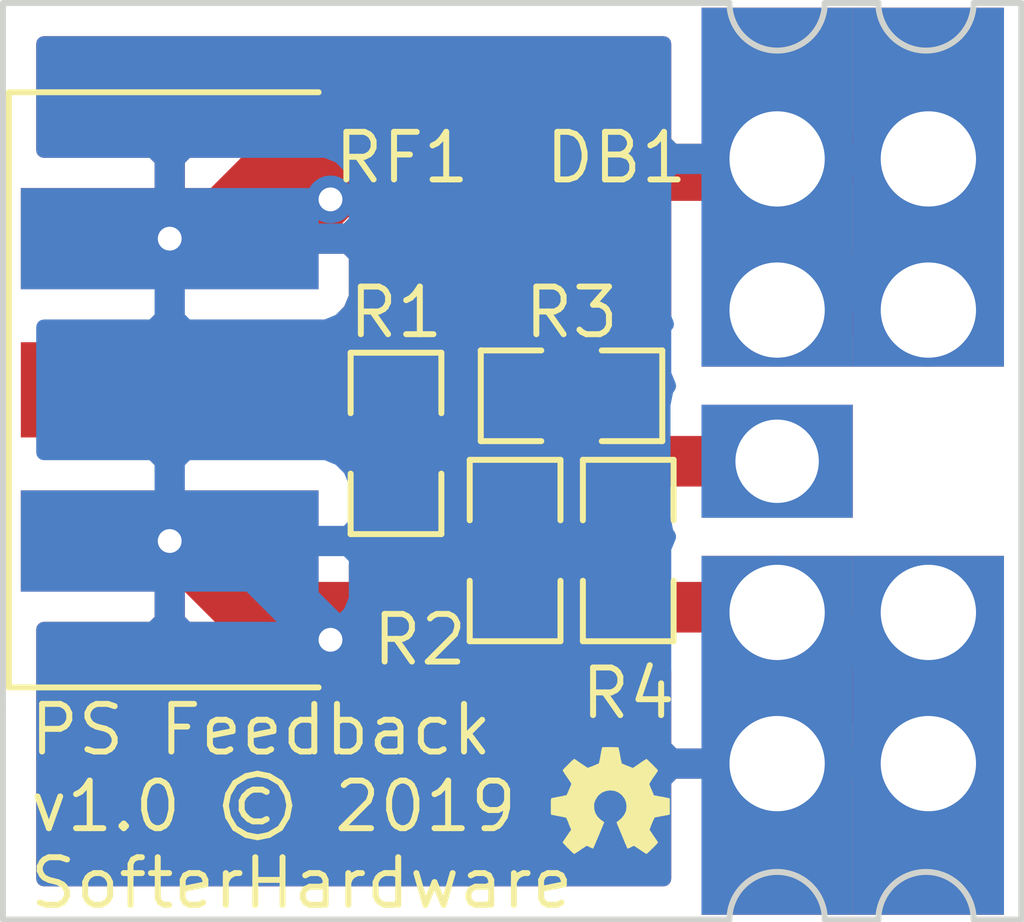
<source format=kicad_pcb>
(kicad_pcb (version 20171130) (host pcbnew 5.0.2-bee76a0~70~ubuntu16.04.1)

  (general
    (thickness 1.6)
    (drawings 14)
    (tracks 31)
    (zones 0)
    (modules 7)
    (nets 5)
  )

  (page USLetter)
  (title_block
    (title "Hermes-Lite PureSignal Feedback")
    (date 2019-11-29)
    (rev 1.0)
    (company SofterHardware)
    (comment 1 "Steve Haynal KF7O")
  )

  (layers
    (0 F.Cu signal)
    (31 B.Cu signal)
    (32 B.Adhes user)
    (33 F.Adhes user)
    (34 B.Paste user)
    (35 F.Paste user)
    (36 B.SilkS user)
    (37 F.SilkS user)
    (38 B.Mask user)
    (39 F.Mask user)
    (40 Dwgs.User user hide)
    (41 Cmts.User user)
    (42 Eco1.User user)
    (43 Eco2.User user)
    (44 Edge.Cuts user)
    (45 Margin user)
    (46 B.CrtYd user)
    (47 F.CrtYd user hide)
    (48 B.Fab user)
    (49 F.Fab user hide)
  )

  (setup
    (last_trace_width 0.25)
    (user_trace_width 0.4)
    (user_trace_width 0.7)
    (user_trace_width 0.85)
    (user_trace_width 1.2)
    (trace_clearance 0.2)
    (zone_clearance 0.508)
    (zone_45_only no)
    (trace_min 0.2)
    (segment_width 0.2)
    (edge_width 0.1)
    (via_size 0.8)
    (via_drill 0.4)
    (via_min_size 0.4)
    (via_min_drill 0.3)
    (user_via 1.6 0.8)
    (uvia_size 0.3)
    (uvia_drill 0.1)
    (uvias_allowed no)
    (uvia_min_size 0.2)
    (uvia_min_drill 0.1)
    (pcb_text_width 0.3)
    (pcb_text_size 1.5 1.5)
    (mod_edge_width 0.15)
    (mod_text_size 1 1)
    (mod_text_width 0.15)
    (pad_size 1.5 1.5)
    (pad_drill 0.6)
    (pad_to_mask_clearance 0)
    (solder_mask_min_width 0.25)
    (aux_axis_origin 150.1 66.9)
    (visible_elements FFFFFF7F)
    (pcbplotparams
      (layerselection 0x010fc_ffffffff)
      (usegerberextensions false)
      (usegerberattributes false)
      (usegerberadvancedattributes false)
      (creategerberjobfile false)
      (excludeedgelayer true)
      (linewidth 0.100000)
      (plotframeref false)
      (viasonmask false)
      (mode 1)
      (useauxorigin true)
      (hpglpennumber 1)
      (hpglpenspeed 20)
      (hpglpendiameter 15.000000)
      (psnegative false)
      (psa4output false)
      (plotreference true)
      (plotvalue true)
      (plotinvisibletext false)
      (padsonsilk false)
      (subtractmaskfromsilk false)
      (outputformat 1)
      (mirror false)
      (drillshape 0)
      (scaleselection 1)
      (outputdirectory "gerber"))
  )

  (net 0 "")
  (net 1 GNDS)
  (net 2 "Net-(DB1-Pad1)")
  (net 3 "Net-(R1-Pad2)")
  (net 4 "Net-(R1-Pad1)")

  (net_class Default "This is the default net class."
    (clearance 0.2)
    (trace_width 0.25)
    (via_dia 0.8)
    (via_drill 0.4)
    (uvia_dia 0.3)
    (uvia_drill 0.1)
    (add_net GNDS)
    (add_net "Net-(DB1-Pad1)")
    (add_net "Net-(R1-Pad1)")
    (add_net "Net-(R1-Pad2)")
  )

  (module HERMESLITE:psfeedback (layer F.Cu) (tedit 5DE1B813) (tstamp 5DF94478)
    (at 163.1 74.6 270)
    (path /5DE4F7F3)
    (fp_text reference DB1 (at -5.1 2.7) (layer F.SilkS)
      (effects (font (size 0.8 0.8) (thickness 0.1)))
    )
    (fp_text value RFD2b (at 0 2.286 270) (layer F.Fab)
      (effects (font (size 1 1) (thickness 0.15)))
    )
    (pad 2 smd rect (at -2.54 -2.54 270) (size 1.9 2.54) (layers B.Cu B.Paste B.Mask)
      (net 1 GNDS))
    (pad 2 smd rect (at -2.54 0 270) (size 1.9 2.54) (layers B.Cu B.Paste B.Mask)
      (net 1 GNDS))
    (pad 2 smd rect (at 2.54 0 270) (size 1.9 2.54) (layers B.Cu B.Paste B.Mask)
      (net 1 GNDS))
    (pad 2 smd rect (at 2.54 -2.54 270) (size 1.9 2.54) (layers B.Cu B.Paste B.Mask)
      (net 1 GNDS))
    (pad 2 smd rect (at -2.54 -2.54 270) (size 1.9 2.54) (layers F.Cu F.Paste F.Mask)
      (net 1 GNDS))
    (pad 2 smd rect (at -2.54 0 270) (size 1.9 2.54) (layers F.Cu F.Paste F.Mask)
      (net 1 GNDS))
    (pad 2 smd rect (at 2.54 0 270) (size 1.9 2.54) (layers F.Cu F.Paste F.Mask)
      (net 1 GNDS))
    (pad 2 smd rect (at 2.54 -2.54 270) (size 1.9 2.54) (layers F.Cu F.Paste F.Mask)
      (net 1 GNDS))
    (pad 2 thru_hole circle (at -2.54 -2.54 270) (size 1.9 1.9) (drill 1.6) (layers *.Cu *.Mask)
      (net 1 GNDS))
    (pad "" np_thru_hole circle (at 0 -2.54 270) (size 1.6 1.6) (drill 1.6) (layers *.Cu *.Mask))
    (pad 2 thru_hole circle (at 2.54 0 270) (size 1.9 1.9) (drill 1.6) (layers *.Cu *.Mask)
      (net 1 GNDS))
    (pad 2 thru_hole circle (at 2.54 -2.54 270) (size 1.9 1.9) (drill 1.6) (layers *.Cu *.Mask)
      (net 1 GNDS))
    (pad 2 thru_hole rect (at 5.08 -2.54 270) (size 5.08 2.54) (drill 1.6) (layers *.Cu *.Mask)
      (net 1 GNDS))
    (pad 2 thru_hole rect (at 5.08 0 270) (size 5.08 2.54) (drill 1.6) (layers *.Cu *.Mask)
      (net 1 GNDS))
    (pad 2 thru_hole rect (at -5.08 -2.54 270) (size 5.08 2.54) (drill 1.6) (layers *.Cu *.Mask)
      (net 1 GNDS))
    (pad 2 thru_hole rect (at -5.08 0 270) (size 5.08 2.54) (drill 1.6) (layers *.Cu *.Mask)
      (net 1 GNDS))
    (pad 2 thru_hole circle (at -2.54 0 270) (size 1.9 1.9) (drill 1.6) (layers *.Cu *.Mask)
      (net 1 GNDS))
    (pad 1 thru_hole rect (at 0 0 270) (size 1.9 2.54) (drill 1.4) (layers *.Cu *.Mask)
      (net 2 "Net-(DB1-Pad1)"))
  )

  (module HERMESLITE:SMD-0805 (layer F.Cu) (tedit 5796CB05) (tstamp 5DF94484)
    (at 156.7 74.3 90)
    (path /5DE1BE3D)
    (attr smd)
    (fp_text reference R1 (at 2.2 0 180) (layer F.SilkS)
      (effects (font (size 0.8 0.8) (thickness 0.1)))
    )
    (fp_text value 0 (at 0 0.381 90) (layer F.SilkS) hide
      (effects (font (size 0.8 0.8) (thickness 0.1)))
    )
    (fp_line (start 1.524 0.762) (end 0.508 0.762) (layer F.SilkS) (width 0.1))
    (fp_line (start 1.524 -0.762) (end 1.524 0.762) (layer F.SilkS) (width 0.1))
    (fp_line (start 0.508 -0.762) (end 1.524 -0.762) (layer F.SilkS) (width 0.1))
    (fp_line (start -1.524 -0.762) (end -0.508 -0.762) (layer F.SilkS) (width 0.1))
    (fp_line (start -1.524 0.762) (end -1.524 -0.762) (layer F.SilkS) (width 0.1))
    (fp_line (start -0.508 0.762) (end -1.524 0.762) (layer F.SilkS) (width 0.1))
    (pad 2 smd rect (at 0.9525 0 90) (size 0.889 1.397) (layers F.Cu F.Paste F.Mask)
      (net 3 "Net-(R1-Pad2)"))
    (pad 1 smd rect (at -0.9525 0 90) (size 0.889 1.397) (layers F.Cu F.Paste F.Mask)
      (net 4 "Net-(R1-Pad1)"))
    (model smd/chip_cms.wrl
      (at (xyz 0 0 0))
      (scale (xyz 0.1 0.1 0.1))
      (rotate (xyz 0 0 0))
    )
  )

  (module HERMESLITE:SMD-0805 (layer F.Cu) (tedit 5796CB05) (tstamp 5DF94490)
    (at 158.7 76.1 270)
    (path /5DE1BE08)
    (attr smd)
    (fp_text reference R2 (at 1.5 1.6) (layer F.SilkS)
      (effects (font (size 0.8 0.8) (thickness 0.1)))
    )
    (fp_text value 50 (at 0 0.381 270) (layer F.SilkS) hide
      (effects (font (size 0.8 0.8) (thickness 0.1)))
    )
    (fp_line (start -0.508 0.762) (end -1.524 0.762) (layer F.SilkS) (width 0.1))
    (fp_line (start -1.524 0.762) (end -1.524 -0.762) (layer F.SilkS) (width 0.1))
    (fp_line (start -1.524 -0.762) (end -0.508 -0.762) (layer F.SilkS) (width 0.1))
    (fp_line (start 0.508 -0.762) (end 1.524 -0.762) (layer F.SilkS) (width 0.1))
    (fp_line (start 1.524 -0.762) (end 1.524 0.762) (layer F.SilkS) (width 0.1))
    (fp_line (start 1.524 0.762) (end 0.508 0.762) (layer F.SilkS) (width 0.1))
    (pad 1 smd rect (at -0.9525 0 270) (size 0.889 1.397) (layers F.Cu F.Paste F.Mask)
      (net 4 "Net-(R1-Pad1)"))
    (pad 2 smd rect (at 0.9525 0 270) (size 0.889 1.397) (layers F.Cu F.Paste F.Mask)
      (net 1 GNDS))
    (model smd/chip_cms.wrl
      (at (xyz 0 0 0))
      (scale (xyz 0.1 0.1 0.1))
      (rotate (xyz 0 0 0))
    )
  )

  (module HERMESLITE:SMD-0805 (layer F.Cu) (tedit 5796CB05) (tstamp 5DF94838)
    (at 159.6475 73.5 180)
    (path /5DE1B9F5)
    (attr smd)
    (fp_text reference R3 (at 0 1.4 180) (layer F.SilkS)
      (effects (font (size 0.8 0.8) (thickness 0.1)))
    )
    (fp_text value 470 (at 0 0.381 180) (layer F.SilkS) hide
      (effects (font (size 0.8 0.8) (thickness 0.1)))
    )
    (fp_line (start -0.508 0.762) (end -1.524 0.762) (layer F.SilkS) (width 0.1))
    (fp_line (start -1.524 0.762) (end -1.524 -0.762) (layer F.SilkS) (width 0.1))
    (fp_line (start -1.524 -0.762) (end -0.508 -0.762) (layer F.SilkS) (width 0.1))
    (fp_line (start 0.508 -0.762) (end 1.524 -0.762) (layer F.SilkS) (width 0.1))
    (fp_line (start 1.524 -0.762) (end 1.524 0.762) (layer F.SilkS) (width 0.1))
    (fp_line (start 1.524 0.762) (end 0.508 0.762) (layer F.SilkS) (width 0.1))
    (pad 1 smd rect (at -0.9525 0 180) (size 0.889 1.397) (layers F.Cu F.Paste F.Mask)
      (net 2 "Net-(DB1-Pad1)"))
    (pad 2 smd rect (at 0.9525 0 180) (size 0.889 1.397) (layers F.Cu F.Paste F.Mask)
      (net 4 "Net-(R1-Pad1)"))
    (model smd/chip_cms.wrl
      (at (xyz 0 0 0))
      (scale (xyz 0.1 0.1 0.1))
      (rotate (xyz 0 0 0))
    )
  )

  (module HERMESLITE:SMD-0805 (layer F.Cu) (tedit 5796CB05) (tstamp 5DF944A8)
    (at 160.6 76.1 270)
    (path /5DE1BCF8)
    (attr smd)
    (fp_text reference R4 (at 2.4 0) (layer F.SilkS)
      (effects (font (size 0.8 0.8) (thickness 0.1)))
    )
    (fp_text value 1K (at 0 0.381 270) (layer F.SilkS) hide
      (effects (font (size 0.8 0.8) (thickness 0.1)))
    )
    (fp_line (start 1.524 0.762) (end 0.508 0.762) (layer F.SilkS) (width 0.1))
    (fp_line (start 1.524 -0.762) (end 1.524 0.762) (layer F.SilkS) (width 0.1))
    (fp_line (start 0.508 -0.762) (end 1.524 -0.762) (layer F.SilkS) (width 0.1))
    (fp_line (start -1.524 -0.762) (end -0.508 -0.762) (layer F.SilkS) (width 0.1))
    (fp_line (start -1.524 0.762) (end -1.524 -0.762) (layer F.SilkS) (width 0.1))
    (fp_line (start -0.508 0.762) (end -1.524 0.762) (layer F.SilkS) (width 0.1))
    (pad 2 smd rect (at 0.9525 0 270) (size 0.889 1.397) (layers F.Cu F.Paste F.Mask)
      (net 1 GNDS))
    (pad 1 smd rect (at -0.9525 0 270) (size 0.889 1.397) (layers F.Cu F.Paste F.Mask)
      (net 2 "Net-(DB1-Pad1)"))
    (model smd/chip_cms.wrl
      (at (xyz 0 0 0))
      (scale (xyz 0.1 0.1 0.1))
      (rotate (xyz 0 0 0))
    )
  )

  (module HERMESLITE:SMAEDGE (layer F.Cu) (tedit 572E4FC3) (tstamp 5DF944B4)
    (at 155.6 73.4 90)
    (path /5DE4F533)
    (fp_text reference RF1 (at 3.9 1.2 180) (layer F.SilkS)
      (effects (font (size 0.8 0.8) (thickness 0.1)))
    )
    (fp_text value BNC (at 2.9 -6.1 90) (layer F.Fab) hide
      (effects (font (size 0.8 0.8) (thickness 0.1)))
    )
    (fp_line (start -5 -0.2) (end -5 -5.4) (layer F.SilkS) (width 0.1))
    (fp_line (start -5 -5.4) (end 5 -5.4) (layer F.SilkS) (width 0.1))
    (fp_line (start 5 -5.4) (end 5 -0.2) (layer F.SilkS) (width 0.1))
    (pad 1 smd rect (at 0 -2.7 90) (size 1.6 5) (layers F.Cu F.Paste F.Mask)
      (net 3 "Net-(R1-Pad2)"))
    (pad 2 smd rect (at -2.54 -2.7 90) (size 1.7 5) (layers F.Cu F.Paste F.Mask)
      (net 1 GNDS))
    (pad 2 smd rect (at 2.54 -2.7 90) (size 1.7 5) (layers F.Cu F.Paste F.Mask)
      (net 1 GNDS))
    (pad 2 smd rect (at 2.54 -2.7 90) (size 1.7 5) (layers *.Paste B.Cu B.Mask)
      (net 1 GNDS))
    (pad 2 smd rect (at -2.54 -2.7 90) (size 1.7 5) (layers B.Cu B.Paste B.Mask)
      (net 1 GNDS))
  )

  (module HERMESLITE:OSHW-logo_silkscreen-back_2mm (layer F.Cu) (tedit 0) (tstamp 5DF95D28)
    (at 160.3 80.3)
    (fp_text reference G*** (at 0 1.05918) (layer F.SilkS) hide
      (effects (font (size 0.0889 0.0889) (thickness 0.01778)))
    )
    (fp_text value OSHW-logo_silkscreen-back_2mm (at 0 -1.05918) (layer F.SilkS) hide
      (effects (font (size 0.0889 0.0889) (thickness 0.01778)))
    )
    (fp_poly (pts (xy 0.60452 0.89662) (xy 0.59436 0.89154) (xy 0.5715 0.8763) (xy 0.53848 0.85598)
      (xy 0.49784 0.82804) (xy 0.45974 0.80264) (xy 0.42672 0.77978) (xy 0.40386 0.76454)
      (xy 0.3937 0.75946) (xy 0.38862 0.762) (xy 0.37084 0.77216) (xy 0.3429 0.78486)
      (xy 0.32766 0.79248) (xy 0.30226 0.80518) (xy 0.28956 0.80772) (xy 0.28702 0.80264)
      (xy 0.27686 0.78486) (xy 0.26416 0.75184) (xy 0.24384 0.70866) (xy 0.22352 0.65786)
      (xy 0.20066 0.60198) (xy 0.1778 0.5461) (xy 0.15494 0.49276) (xy 0.13462 0.4445)
      (xy 0.11938 0.4064) (xy 0.10922 0.37846) (xy 0.10414 0.3683) (xy 0.10668 0.36576)
      (xy 0.11938 0.35306) (xy 0.1397 0.33782) (xy 0.18796 0.29718) (xy 0.23368 0.23876)
      (xy 0.26416 0.17272) (xy 0.27178 0.09906) (xy 0.26416 0.03302) (xy 0.23876 -0.03048)
      (xy 0.19304 -0.09144) (xy 0.13716 -0.13462) (xy 0.07112 -0.16256) (xy 0 -0.17018)
      (xy -0.06858 -0.16256) (xy -0.13462 -0.13716) (xy -0.19558 -0.09144) (xy -0.21844 -0.0635)
      (xy -0.254 -0.00254) (xy -0.27432 0.05842) (xy -0.27432 0.07366) (xy -0.27178 0.14478)
      (xy -0.25146 0.21336) (xy -0.2159 0.27178) (xy -0.16256 0.32258) (xy -0.15748 0.32766)
      (xy -0.13208 0.34544) (xy -0.11684 0.3556) (xy -0.10414 0.36576) (xy -0.19304 0.58166)
      (xy -0.20828 0.61722) (xy -0.23368 0.67564) (xy -0.254 0.72644) (xy -0.27178 0.76708)
      (xy -0.28448 0.79248) (xy -0.28956 0.80518) (xy -0.29718 0.80518) (xy -0.31242 0.8001)
      (xy -0.3429 0.78486) (xy -0.36322 0.7747) (xy -0.38608 0.76454) (xy -0.39624 0.75946)
      (xy -0.4064 0.76454) (xy -0.42672 0.77978) (xy -0.45974 0.8001) (xy -0.49784 0.8255)
      (xy -0.5334 0.8509) (xy -0.56896 0.87376) (xy -0.59182 0.889) (xy -0.60452 0.89662)
      (xy -0.60706 0.89662) (xy -0.61722 0.889) (xy -0.63754 0.87376) (xy -0.66548 0.84582)
      (xy -0.70612 0.80518) (xy -0.71374 0.8001) (xy -0.74676 0.76454) (xy -0.7747 0.73406)
      (xy -0.79502 0.71374) (xy -0.8001 0.70612) (xy -0.79502 0.69342) (xy -0.77978 0.66802)
      (xy -0.75692 0.635) (xy -0.72898 0.59436) (xy -0.65786 0.49022) (xy -0.6985 0.3937)
      (xy -0.70866 0.36322) (xy -0.7239 0.32766) (xy -0.7366 0.30226) (xy -0.74168 0.28956)
      (xy -0.75184 0.28702) (xy -0.77978 0.2794) (xy -0.81788 0.27178) (xy -0.8636 0.26416)
      (xy -0.90932 0.254) (xy -0.94742 0.24638) (xy -0.9779 0.2413) (xy -0.9906 0.23876)
      (xy -0.99314 0.23622) (xy -0.99568 0.23114) (xy -0.99822 0.21844) (xy -0.99822 0.19304)
      (xy -0.99822 0.15494) (xy -0.99822 0.09906) (xy -0.99822 0.09398) (xy -0.99822 0.04064)
      (xy -0.99822 0) (xy -0.99568 -0.0254) (xy -0.99314 -0.03556) (xy -0.98044 -0.04064)
      (xy -0.9525 -0.04572) (xy -0.9144 -0.05334) (xy -0.86614 -0.0635) (xy -0.8636 -0.0635)
      (xy -0.81534 -0.07112) (xy -0.77724 -0.08128) (xy -0.7493 -0.08636) (xy -0.7366 -0.09144)
      (xy -0.73406 -0.09398) (xy -0.7239 -0.11176) (xy -0.7112 -0.14224) (xy -0.69596 -0.1778)
      (xy -0.68072 -0.21336) (xy -0.66548 -0.24892) (xy -0.65786 -0.27178) (xy -0.65532 -0.28448)
      (xy -0.66294 -0.29464) (xy -0.67818 -0.32004) (xy -0.70104 -0.35306) (xy -0.72898 -0.3937)
      (xy -0.73152 -0.39878) (xy -0.75946 -0.43688) (xy -0.77978 -0.47244) (xy -0.79502 -0.4953)
      (xy -0.8001 -0.50546) (xy -0.8001 -0.508) (xy -0.79248 -0.51816) (xy -0.77216 -0.54102)
      (xy -0.74168 -0.5715) (xy -0.70612 -0.60706) (xy -0.69596 -0.61722) (xy -0.65786 -0.65532)
      (xy -0.62992 -0.68072) (xy -0.61214 -0.69342) (xy -0.60452 -0.6985) (xy -0.60452 -0.69596)
      (xy -0.59182 -0.69088) (xy -0.56642 -0.6731) (xy -0.5334 -0.65024) (xy -0.49276 -0.6223)
      (xy -0.49022 -0.61976) (xy -0.44958 -0.59436) (xy -0.41656 -0.5715) (xy -0.3937 -0.55626)
      (xy -0.38354 -0.54864) (xy -0.381 -0.54864) (xy -0.36576 -0.55372) (xy -0.33528 -0.56388)
      (xy -0.30226 -0.57658) (xy -0.26416 -0.59182) (xy -0.23114 -0.60706) (xy -0.20574 -0.61722)
      (xy -0.19304 -0.62484) (xy -0.18796 -0.64008) (xy -0.18288 -0.67056) (xy -0.17272 -0.7112)
      (xy -0.1651 -0.75946) (xy -0.16256 -0.76708) (xy -0.15494 -0.81534) (xy -0.14732 -0.85344)
      (xy -0.1397 -0.88138) (xy -0.13716 -0.89408) (xy -0.13208 -0.89408) (xy -0.10668 -0.89662)
      (xy -0.07112 -0.89662) (xy -0.02794 -0.89662) (xy 0.01524 -0.89662) (xy 0.05842 -0.89662)
      (xy 0.09652 -0.89408) (xy 0.12192 -0.89408) (xy 0.13462 -0.89154) (xy 0.13462 -0.889)
      (xy 0.1397 -0.8763) (xy 0.14478 -0.84582) (xy 0.15494 -0.80518) (xy 0.16256 -0.75438)
      (xy 0.1651 -0.74676) (xy 0.17272 -0.6985) (xy 0.18288 -0.6604) (xy 0.18796 -0.63246)
      (xy 0.1905 -0.6223) (xy 0.19558 -0.61976) (xy 0.21336 -0.61214) (xy 0.24638 -0.59944)
      (xy 0.28702 -0.58166) (xy 0.37846 -0.5461) (xy 0.49022 -0.6223) (xy 0.50038 -0.62992)
      (xy 0.54102 -0.65786) (xy 0.57404 -0.67818) (xy 0.5969 -0.69342) (xy 0.60706 -0.6985)
      (xy 0.61722 -0.68834) (xy 0.64008 -0.66802) (xy 0.67056 -0.63754) (xy 0.70612 -0.60452)
      (xy 0.73152 -0.57658) (xy 0.762 -0.5461) (xy 0.78232 -0.52578) (xy 0.79248 -0.51054)
      (xy 0.79756 -0.50292) (xy 0.79502 -0.49784) (xy 0.78994 -0.48514) (xy 0.77216 -0.46228)
      (xy 0.7493 -0.42672) (xy 0.72136 -0.38862) (xy 0.6985 -0.35306) (xy 0.67564 -0.3175)
      (xy 0.6604 -0.28956) (xy 0.65278 -0.27686) (xy 0.65532 -0.27178) (xy 0.66294 -0.24892)
      (xy 0.67564 -0.2159) (xy 0.69342 -0.17526) (xy 0.73152 -0.08636) (xy 0.78994 -0.0762)
      (xy 0.8255 -0.06858) (xy 0.8763 -0.06096) (xy 0.92202 -0.0508) (xy 0.99568 -0.03556)
      (xy 0.99822 0.23114) (xy 0.98806 0.23622) (xy 0.97536 0.2413) (xy 0.94996 0.24638)
      (xy 0.90932 0.254) (xy 0.8636 0.26162) (xy 0.8255 0.26924) (xy 0.78486 0.27686)
      (xy 0.75692 0.28194) (xy 0.74422 0.28448) (xy 0.74168 0.28956) (xy 0.73152 0.30988)
      (xy 0.71628 0.34036) (xy 0.70104 0.37592) (xy 0.6858 0.41402) (xy 0.6731 0.44958)
      (xy 0.66294 0.47498) (xy 0.65786 0.49022) (xy 0.66294 0.50038) (xy 0.67818 0.52324)
      (xy 0.70104 0.55626) (xy 0.72644 0.59436) (xy 0.75438 0.635) (xy 0.77724 0.66802)
      (xy 0.79248 0.69342) (xy 0.8001 0.70358) (xy 0.79502 0.7112) (xy 0.77978 0.72898)
      (xy 0.75184 0.75946) (xy 0.70612 0.80518) (xy 0.6985 0.81026) (xy 0.66548 0.84582)
      (xy 0.635 0.87122) (xy 0.61468 0.89154) (xy 0.60452 0.89662)) (layer F.SilkS) (width 0.00254))
  )

  (gr_text "PS Feedback \nv1.0 © 2019 \nSofterHardware" (at 150.5 80.4) (layer F.SilkS)
    (effects (font (size 0.8 0.8) (thickness 0.1)) (justify left))
  )
  (gr_line (start 162.3 82.3) (end 150.1 82.3) (layer Edge.Cuts) (width 0.1))
  (gr_line (start 163.9 82.3) (end 164.8 82.3) (layer Edge.Cuts) (width 0.1))
  (gr_line (start 166.4 82.3) (end 167.2 82.3) (layer Edge.Cuts) (width 0.1))
  (gr_arc (start 165.6 82.3) (end 166.4 82.3) (angle -180) (layer Edge.Cuts) (width 0.1))
  (gr_arc (start 163.1 82.3) (end 163.9 82.3) (angle -180) (layer Edge.Cuts) (width 0.1))
  (gr_line (start 162.3 66.9) (end 150.1 66.9) (layer Edge.Cuts) (width 0.1))
  (gr_line (start 163.9 66.9) (end 164.8 66.9) (layer Edge.Cuts) (width 0.1))
  (gr_line (start 166.4 66.9) (end 167.2 66.9) (layer Edge.Cuts) (width 0.1))
  (gr_arc (start 165.6 66.9) (end 164.8 66.9) (angle -180) (layer Edge.Cuts) (width 0.1))
  (gr_arc (start 163.1 66.9) (end 162.3 66.9) (angle -180) (layer Edge.Cuts) (width 0.1))
  (gr_line (start 150.1 82.3) (end 150.1 78.8) (layer Edge.Cuts) (width 0.1))
  (gr_line (start 167.2 66.9) (end 167.2 82.3) (layer Edge.Cuts) (width 0.1))
  (gr_line (start 150.1 66.9) (end 150.1 78.8) (layer Edge.Cuts) (width 0.1))

  (segment (start 163.0125 77.0525) (end 163.1 77.14) (width 0.85) (layer F.Cu) (net 1))
  (segment (start 158.7 77.0525) (end 163.0125 77.0525) (width 0.85) (layer F.Cu) (net 1))
  (segment (start 163.1 72.06) (end 165.64 72.06) (width 0.85) (layer F.Cu) (net 1))
  (segment (start 163.1 69.52) (end 165.64 69.52) (width 0.85) (layer F.Cu) (net 1))
  (segment (start 163.1 77.14) (end 165.64 79.68) (width 0.85) (layer F.Cu) (net 1))
  (segment (start 165.64 77.14) (end 163.1 79.68) (width 0.85) (layer F.Cu) (net 1))
  (segment (start 154.0125 77.0525) (end 152.9 75.94) (width 0.85) (layer F.Cu) (net 1))
  (segment (start 158.7 77.0525) (end 154.0125 77.0525) (width 0.85) (layer F.Cu) (net 1))
  (segment (start 152.9 70.86) (end 153.54 70.86) (width 0.85) (layer F.Cu) (net 1))
  (segment (start 162.82 69.8) (end 163.1 69.52) (width 0.85) (layer F.Cu) (net 1))
  (segment (start 154.4 69.8) (end 162.82 69.8) (width 0.85) (layer F.Cu) (net 1))
  (segment (start 153.34 70.86) (end 154.4 69.8) (width 0.85) (layer F.Cu) (net 1))
  (segment (start 152.9 70.86) (end 153.34 70.86) (width 0.85) (layer F.Cu) (net 1))
  (via (at 152.9 75.94) (size 0.8) (drill 0.4) (layers F.Cu B.Cu) (net 1))
  (via (at 152.9 70.86) (size 0.8) (drill 0.4) (layers F.Cu B.Cu) (net 1))
  (via (at 155.6 70.2) (size 0.8) (drill 0.4) (layers F.Cu B.Cu) (net 1))
  (segment (start 154.94 70.86) (end 155.6 70.2) (width 0.85) (layer F.Cu) (net 1))
  (segment (start 152.9 70.86) (end 154.94 70.86) (width 0.85) (layer F.Cu) (net 1))
  (segment (start 152.9 75.94) (end 154.84 75.94) (width 0.85) (layer B.Cu) (net 1))
  (via (at 155.6 77.6) (size 0.8) (drill 0.4) (layers F.Cu B.Cu) (net 1))
  (segment (start 153.94 75.94) (end 152.9 75.94) (width 0.85) (layer B.Cu) (net 1))
  (segment (start 155.6 77.6) (end 153.94 75.94) (width 0.85) (layer B.Cu) (net 1))
  (segment (start 160.6 75.1475) (end 160.6 73.5) (width 0.85) (layer F.Cu) (net 2))
  (segment (start 163.1 74.6) (end 160.98 74.6) (width 0.85) (layer F.Cu) (net 2))
  (segment (start 160.98 74.6) (end 160.6 74.6) (width 0.85) (layer F.Cu) (net 2))
  (segment (start 152.9525 73.3475) (end 152.9 73.4) (width 0.85) (layer F.Cu) (net 3))
  (segment (start 156.7 73.3475) (end 152.9525 73.3475) (width 0.85) (layer F.Cu) (net 3))
  (segment (start 158.7 73.505) (end 158.695 73.5) (width 0.85) (layer F.Cu) (net 4))
  (segment (start 158.7 75.1475) (end 158.7 73.505) (width 0.85) (layer F.Cu) (net 4))
  (segment (start 158.595 75.2525) (end 158.7 75.1475) (width 0.85) (layer F.Cu) (net 4))
  (segment (start 156.7 75.2525) (end 158.595 75.2525) (width 0.85) (layer F.Cu) (net 4))

  (zone (net 1) (net_name GNDS) (layer F.Cu) (tstamp 5DE47204) (hatch edge 0.508)
    (connect_pads (clearance 0.508))
    (min_thickness 0.254)
    (fill yes (arc_segments 16) (thermal_gap 0.508) (thermal_bridge_width 0.508))
    (polygon
      (pts
        (xy 150.1 66.9) (xy 167.2 66.9) (xy 167.2 82.3) (xy 150.1 82.3)
      )
    )
    (filled_polygon
      (pts
        (xy 153.027 75.813) (xy 153.047 75.813) (xy 153.047 76.067) (xy 153.027 76.067) (xy 153.027 77.26625)
        (xy 153.18575 77.425) (xy 155.52631 77.425) (xy 155.735742 77.33825) (xy 157.3665 77.33825) (xy 157.3665 77.623309)
        (xy 157.463173 77.856698) (xy 157.641801 78.035327) (xy 157.87519 78.132) (xy 158.41425 78.132) (xy 158.573 77.97325)
        (xy 158.573 77.1795) (xy 158.827 77.1795) (xy 158.827 77.97325) (xy 158.98575 78.132) (xy 159.52481 78.132)
        (xy 159.65 78.080145) (xy 159.77519 78.132) (xy 160.31425 78.132) (xy 160.473 77.97325) (xy 160.473 77.1795)
        (xy 158.827 77.1795) (xy 158.573 77.1795) (xy 157.52525 77.1795) (xy 157.3665 77.33825) (xy 155.735742 77.33825)
        (xy 155.759699 77.328327) (xy 155.938327 77.149698) (xy 156.035 76.916309) (xy 156.035 76.34444) (xy 157.3985 76.34444)
        (xy 157.425583 76.339053) (xy 157.3665 76.481691) (xy 157.3665 76.76675) (xy 157.52525 76.9255) (xy 158.573 76.9255)
        (xy 158.573 76.9055) (xy 158.827 76.9055) (xy 158.827 76.9255) (xy 160.473 76.9255) (xy 160.473 76.9055)
        (xy 160.727 76.9055) (xy 160.727 76.9255) (xy 160.747 76.9255) (xy 160.747 77.1795) (xy 160.727 77.1795)
        (xy 160.727 77.97325) (xy 160.88575 78.132) (xy 161.195 78.132) (xy 161.195 79.39425) (xy 161.35375 79.553)
        (xy 162.973 79.553) (xy 162.973 79.533) (xy 163.227 79.533) (xy 163.227 79.553) (xy 165.513 79.553)
        (xy 165.513 79.533) (xy 165.767 79.533) (xy 165.767 79.553) (xy 165.787 79.553) (xy 165.787 79.807)
        (xy 165.767 79.807) (xy 165.767 79.827) (xy 165.513 79.827) (xy 165.513 79.807) (xy 163.227 79.807)
        (xy 163.227 79.827) (xy 162.973 79.827) (xy 162.973 79.807) (xy 161.35375 79.807) (xy 161.195 79.96575)
        (xy 161.195 81.615) (xy 150.785 81.615) (xy 150.785 77.425) (xy 152.61425 77.425) (xy 152.773 77.26625)
        (xy 152.773 76.067) (xy 152.753 76.067) (xy 152.753 75.813) (xy 152.773 75.813) (xy 152.773 75.793)
        (xy 153.027 75.793)
      )
    )
    (filled_polygon
      (pts
        (xy 161.195 69.23425) (xy 161.35375 69.393) (xy 162.973 69.393) (xy 162.973 69.373) (xy 163.227 69.373)
        (xy 163.227 69.393) (xy 165.513 69.393) (xy 165.513 69.373) (xy 165.767 69.373) (xy 165.767 69.393)
        (xy 165.787 69.393) (xy 165.787 69.647) (xy 165.767 69.647) (xy 165.767 69.667) (xy 165.513 69.667)
        (xy 165.513 69.647) (xy 163.227 69.647) (xy 163.227 69.667) (xy 162.973 69.667) (xy 162.973 69.647)
        (xy 161.35375 69.647) (xy 161.195 69.80575) (xy 161.195 72.183996) (xy 161.0445 72.15406) (xy 160.1555 72.15406)
        (xy 159.907735 72.203343) (xy 159.697691 72.343691) (xy 159.6475 72.418807) (xy 159.597309 72.343691) (xy 159.387265 72.203343)
        (xy 159.1395 72.15406) (xy 158.2505 72.15406) (xy 158.002735 72.203343) (xy 157.792691 72.343691) (xy 157.76544 72.384474)
        (xy 157.646265 72.304843) (xy 157.3985 72.25556) (xy 156.0015 72.25556) (xy 155.941531 72.267488) (xy 155.861024 72.147002)
        (xy 155.938327 72.069698) (xy 156.035 71.836309) (xy 156.035 71.14575) (xy 155.87625 70.987) (xy 153.027 70.987)
        (xy 153.027 71.007) (xy 152.773 71.007) (xy 152.773 70.987) (xy 152.753 70.987) (xy 152.753 70.733)
        (xy 152.773 70.733) (xy 152.773 69.53375) (xy 153.027 69.53375) (xy 153.027 70.733) (xy 155.87625 70.733)
        (xy 156.035 70.57425) (xy 156.035 69.883691) (xy 155.938327 69.650302) (xy 155.759699 69.471673) (xy 155.52631 69.375)
        (xy 153.18575 69.375) (xy 153.027 69.53375) (xy 152.773 69.53375) (xy 152.61425 69.375) (xy 150.785 69.375)
        (xy 150.785 67.585) (xy 161.195 67.585)
      )
    )
  )
  (zone (net 1) (net_name GNDS) (layer B.Cu) (tstamp 5DE47201) (hatch edge 0.508)
    (connect_pads (clearance 0.508))
    (min_thickness 0.254)
    (fill yes (arc_segments 16) (thermal_gap 0.508) (thermal_bridge_width 0.508))
    (polygon
      (pts
        (xy 150.1 82.3) (xy 167.2 82.3) (xy 167.2 66.9) (xy 150.1 66.9)
      )
    )
    (filled_polygon
      (pts
        (xy 161.195 69.23425) (xy 161.35375 69.393) (xy 162.973 69.393) (xy 162.973 69.373) (xy 163.227 69.373)
        (xy 163.227 69.393) (xy 165.513 69.393) (xy 165.513 69.373) (xy 165.767 69.373) (xy 165.767 69.393)
        (xy 165.787 69.393) (xy 165.787 69.647) (xy 165.767 69.647) (xy 165.767 69.667) (xy 165.513 69.667)
        (xy 165.513 69.647) (xy 163.227 69.647) (xy 163.227 69.667) (xy 162.973 69.667) (xy 162.973 69.647)
        (xy 161.35375 69.647) (xy 161.195 69.80575) (xy 161.195 72.187002) (xy 161.195287 72.187002) (xy 161.241699 72.299051)
        (xy 161.195 72.34575) (xy 161.195 73.136309) (xy 161.277097 73.334508) (xy 161.231843 73.402235) (xy 161.18256 73.65)
        (xy 161.18256 75.55) (xy 161.231843 75.797765) (xy 161.277097 75.865492) (xy 161.195 76.063691) (xy 161.195 76.85425)
        (xy 161.241699 76.900949) (xy 161.195287 77.012998) (xy 161.195 77.012998) (xy 161.195 79.39425) (xy 161.35375 79.553)
        (xy 162.973 79.553) (xy 162.973 79.533) (xy 163.227 79.533) (xy 163.227 79.553) (xy 165.513 79.553)
        (xy 165.513 79.533) (xy 165.767 79.533) (xy 165.767 79.553) (xy 165.787 79.553) (xy 165.787 79.807)
        (xy 165.767 79.807) (xy 165.767 79.827) (xy 165.513 79.827) (xy 165.513 79.807) (xy 163.227 79.807)
        (xy 163.227 79.827) (xy 162.973 79.827) (xy 162.973 79.807) (xy 161.35375 79.807) (xy 161.195 79.96575)
        (xy 161.195 81.615) (xy 150.785 81.615) (xy 150.785 77.425) (xy 152.61425 77.425) (xy 152.773 77.26625)
        (xy 152.773 76.067) (xy 153.027 76.067) (xy 153.027 77.26625) (xy 153.18575 77.425) (xy 155.52631 77.425)
        (xy 155.759699 77.328327) (xy 155.938327 77.149698) (xy 156.035 76.916309) (xy 156.035 76.22575) (xy 155.87625 76.067)
        (xy 153.027 76.067) (xy 152.773 76.067) (xy 152.753 76.067) (xy 152.753 75.813) (xy 152.773 75.813)
        (xy 152.773 74.61375) (xy 153.027 74.61375) (xy 153.027 75.813) (xy 155.87625 75.813) (xy 156.035 75.65425)
        (xy 156.035 74.963691) (xy 155.938327 74.730302) (xy 155.759699 74.551673) (xy 155.52631 74.455) (xy 153.18575 74.455)
        (xy 153.027 74.61375) (xy 152.773 74.61375) (xy 152.61425 74.455) (xy 150.785 74.455) (xy 150.785 72.345)
        (xy 152.61425 72.345) (xy 152.773 72.18625) (xy 152.773 70.987) (xy 153.027 70.987) (xy 153.027 72.18625)
        (xy 153.18575 72.345) (xy 155.52631 72.345) (xy 155.759699 72.248327) (xy 155.938327 72.069698) (xy 156.035 71.836309)
        (xy 156.035 71.14575) (xy 155.87625 70.987) (xy 153.027 70.987) (xy 152.773 70.987) (xy 152.753 70.987)
        (xy 152.753 70.733) (xy 152.773 70.733) (xy 152.773 69.53375) (xy 153.027 69.53375) (xy 153.027 70.733)
        (xy 155.87625 70.733) (xy 156.035 70.57425) (xy 156.035 69.883691) (xy 155.938327 69.650302) (xy 155.759699 69.471673)
        (xy 155.52631 69.375) (xy 153.18575 69.375) (xy 153.027 69.53375) (xy 152.773 69.53375) (xy 152.61425 69.375)
        (xy 150.785 69.375) (xy 150.785 67.585) (xy 161.195 67.585)
      )
    )
  )
)

</source>
